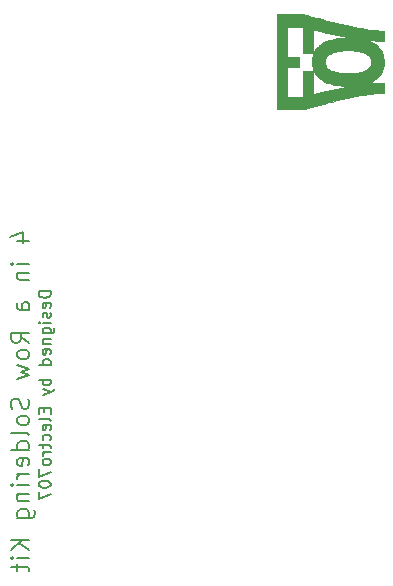
<source format=gbr>
G04 #@! TF.GenerationSoftware,KiCad,Pcbnew,5.1.7*
G04 #@! TF.CreationDate,2020-10-26T11:57:41-04:00*
G04 #@! TF.ProjectId,PCB,5043422e-6b69-4636-9164-5f7063625858,rev?*
G04 #@! TF.SameCoordinates,Original*
G04 #@! TF.FileFunction,Legend,Bot*
G04 #@! TF.FilePolarity,Positive*
%FSLAX46Y46*%
G04 Gerber Fmt 4.6, Leading zero omitted, Abs format (unit mm)*
G04 Created by KiCad (PCBNEW 5.1.7) date 2020-10-26 11:57:41*
%MOMM*%
%LPD*%
G01*
G04 APERTURE LIST*
%ADD10C,0.150000*%
%ADD11C,0.190500*%
%ADD12C,0.010000*%
G04 APERTURE END LIST*
D10*
X132532380Y-107062095D02*
X131532380Y-107062095D01*
X131532380Y-107300190D01*
X131580000Y-107443047D01*
X131675238Y-107538285D01*
X131770476Y-107585904D01*
X131960952Y-107633523D01*
X132103809Y-107633523D01*
X132294285Y-107585904D01*
X132389523Y-107538285D01*
X132484761Y-107443047D01*
X132532380Y-107300190D01*
X132532380Y-107062095D01*
X132484761Y-108443047D02*
X132532380Y-108347809D01*
X132532380Y-108157333D01*
X132484761Y-108062095D01*
X132389523Y-108014476D01*
X132008571Y-108014476D01*
X131913333Y-108062095D01*
X131865714Y-108157333D01*
X131865714Y-108347809D01*
X131913333Y-108443047D01*
X132008571Y-108490666D01*
X132103809Y-108490666D01*
X132199047Y-108014476D01*
X132484761Y-108871619D02*
X132532380Y-108966857D01*
X132532380Y-109157333D01*
X132484761Y-109252571D01*
X132389523Y-109300190D01*
X132341904Y-109300190D01*
X132246666Y-109252571D01*
X132199047Y-109157333D01*
X132199047Y-109014476D01*
X132151428Y-108919238D01*
X132056190Y-108871619D01*
X132008571Y-108871619D01*
X131913333Y-108919238D01*
X131865714Y-109014476D01*
X131865714Y-109157333D01*
X131913333Y-109252571D01*
X132532380Y-109728761D02*
X131865714Y-109728761D01*
X131532380Y-109728761D02*
X131580000Y-109681142D01*
X131627619Y-109728761D01*
X131580000Y-109776380D01*
X131532380Y-109728761D01*
X131627619Y-109728761D01*
X131865714Y-110633523D02*
X132675238Y-110633523D01*
X132770476Y-110585904D01*
X132818095Y-110538285D01*
X132865714Y-110443047D01*
X132865714Y-110300190D01*
X132818095Y-110204952D01*
X132484761Y-110633523D02*
X132532380Y-110538285D01*
X132532380Y-110347809D01*
X132484761Y-110252571D01*
X132437142Y-110204952D01*
X132341904Y-110157333D01*
X132056190Y-110157333D01*
X131960952Y-110204952D01*
X131913333Y-110252571D01*
X131865714Y-110347809D01*
X131865714Y-110538285D01*
X131913333Y-110633523D01*
X131865714Y-111109714D02*
X132532380Y-111109714D01*
X131960952Y-111109714D02*
X131913333Y-111157333D01*
X131865714Y-111252571D01*
X131865714Y-111395428D01*
X131913333Y-111490666D01*
X132008571Y-111538285D01*
X132532380Y-111538285D01*
X132484761Y-112395428D02*
X132532380Y-112300190D01*
X132532380Y-112109714D01*
X132484761Y-112014476D01*
X132389523Y-111966857D01*
X132008571Y-111966857D01*
X131913333Y-112014476D01*
X131865714Y-112109714D01*
X131865714Y-112300190D01*
X131913333Y-112395428D01*
X132008571Y-112443047D01*
X132103809Y-112443047D01*
X132199047Y-111966857D01*
X132532380Y-113300190D02*
X131532380Y-113300190D01*
X132484761Y-113300190D02*
X132532380Y-113204952D01*
X132532380Y-113014476D01*
X132484761Y-112919238D01*
X132437142Y-112871619D01*
X132341904Y-112824000D01*
X132056190Y-112824000D01*
X131960952Y-112871619D01*
X131913333Y-112919238D01*
X131865714Y-113014476D01*
X131865714Y-113204952D01*
X131913333Y-113300190D01*
X132532380Y-114538285D02*
X131532380Y-114538285D01*
X131913333Y-114538285D02*
X131865714Y-114633523D01*
X131865714Y-114824000D01*
X131913333Y-114919238D01*
X131960952Y-114966857D01*
X132056190Y-115014476D01*
X132341904Y-115014476D01*
X132437142Y-114966857D01*
X132484761Y-114919238D01*
X132532380Y-114824000D01*
X132532380Y-114633523D01*
X132484761Y-114538285D01*
X131865714Y-115347809D02*
X132532380Y-115585904D01*
X131865714Y-115824000D02*
X132532380Y-115585904D01*
X132770476Y-115490666D01*
X132818095Y-115443047D01*
X132865714Y-115347809D01*
X132008571Y-116966857D02*
X132008571Y-117300190D01*
X132532380Y-117443047D02*
X132532380Y-116966857D01*
X131532380Y-116966857D01*
X131532380Y-117443047D01*
X132532380Y-118014476D02*
X132484761Y-117919238D01*
X132389523Y-117871619D01*
X131532380Y-117871619D01*
X132484761Y-118776380D02*
X132532380Y-118681142D01*
X132532380Y-118490666D01*
X132484761Y-118395428D01*
X132389523Y-118347809D01*
X132008571Y-118347809D01*
X131913333Y-118395428D01*
X131865714Y-118490666D01*
X131865714Y-118681142D01*
X131913333Y-118776380D01*
X132008571Y-118824000D01*
X132103809Y-118824000D01*
X132199047Y-118347809D01*
X132484761Y-119681142D02*
X132532380Y-119585904D01*
X132532380Y-119395428D01*
X132484761Y-119300190D01*
X132437142Y-119252571D01*
X132341904Y-119204952D01*
X132056190Y-119204952D01*
X131960952Y-119252571D01*
X131913333Y-119300190D01*
X131865714Y-119395428D01*
X131865714Y-119585904D01*
X131913333Y-119681142D01*
X131865714Y-119966857D02*
X131865714Y-120347809D01*
X131532380Y-120109714D02*
X132389523Y-120109714D01*
X132484761Y-120157333D01*
X132532380Y-120252571D01*
X132532380Y-120347809D01*
X132532380Y-120681142D02*
X131865714Y-120681142D01*
X132056190Y-120681142D02*
X131960952Y-120728761D01*
X131913333Y-120776380D01*
X131865714Y-120871619D01*
X131865714Y-120966857D01*
X132532380Y-121443047D02*
X132484761Y-121347809D01*
X132437142Y-121300190D01*
X132341904Y-121252571D01*
X132056190Y-121252571D01*
X131960952Y-121300190D01*
X131913333Y-121347809D01*
X131865714Y-121443047D01*
X131865714Y-121585904D01*
X131913333Y-121681142D01*
X131960952Y-121728761D01*
X132056190Y-121776380D01*
X132341904Y-121776380D01*
X132437142Y-121728761D01*
X132484761Y-121681142D01*
X132532380Y-121585904D01*
X132532380Y-121443047D01*
X131532380Y-122109714D02*
X131532380Y-122776380D01*
X132532380Y-122347809D01*
X131532380Y-123347809D02*
X131532380Y-123443047D01*
X131580000Y-123538285D01*
X131627619Y-123585904D01*
X131722857Y-123633523D01*
X131913333Y-123681142D01*
X132151428Y-123681142D01*
X132341904Y-123633523D01*
X132437142Y-123585904D01*
X132484761Y-123538285D01*
X132532380Y-123443047D01*
X132532380Y-123347809D01*
X132484761Y-123252571D01*
X132437142Y-123204952D01*
X132341904Y-123157333D01*
X132151428Y-123109714D01*
X131913333Y-123109714D01*
X131722857Y-123157333D01*
X131627619Y-123204952D01*
X131580000Y-123252571D01*
X131532380Y-123347809D01*
X131532380Y-124014476D02*
X131532380Y-124681142D01*
X132532380Y-124252571D01*
D11*
X129721428Y-102797428D02*
X130737428Y-102797428D01*
X129140857Y-102434571D02*
X130229428Y-102071714D01*
X130229428Y-103015142D01*
X130737428Y-104756857D02*
X129721428Y-104756857D01*
X129213428Y-104756857D02*
X129286000Y-104684285D01*
X129358571Y-104756857D01*
X129286000Y-104829428D01*
X129213428Y-104756857D01*
X129358571Y-104756857D01*
X129721428Y-105482571D02*
X130737428Y-105482571D01*
X129866571Y-105482571D02*
X129794000Y-105555142D01*
X129721428Y-105700285D01*
X129721428Y-105918000D01*
X129794000Y-106063142D01*
X129939142Y-106135714D01*
X130737428Y-106135714D01*
X130737428Y-108675714D02*
X129939142Y-108675714D01*
X129794000Y-108603142D01*
X129721428Y-108458000D01*
X129721428Y-108167714D01*
X129794000Y-108022571D01*
X130664857Y-108675714D02*
X130737428Y-108530571D01*
X130737428Y-108167714D01*
X130664857Y-108022571D01*
X130519714Y-107950000D01*
X130374571Y-107950000D01*
X130229428Y-108022571D01*
X130156857Y-108167714D01*
X130156857Y-108530571D01*
X130084285Y-108675714D01*
X130737428Y-111433428D02*
X130011714Y-110925428D01*
X130737428Y-110562571D02*
X129213428Y-110562571D01*
X129213428Y-111143142D01*
X129286000Y-111288285D01*
X129358571Y-111360857D01*
X129503714Y-111433428D01*
X129721428Y-111433428D01*
X129866571Y-111360857D01*
X129939142Y-111288285D01*
X130011714Y-111143142D01*
X130011714Y-110562571D01*
X130737428Y-112304285D02*
X130664857Y-112159142D01*
X130592285Y-112086571D01*
X130447142Y-112014000D01*
X130011714Y-112014000D01*
X129866571Y-112086571D01*
X129794000Y-112159142D01*
X129721428Y-112304285D01*
X129721428Y-112522000D01*
X129794000Y-112667142D01*
X129866571Y-112739714D01*
X130011714Y-112812285D01*
X130447142Y-112812285D01*
X130592285Y-112739714D01*
X130664857Y-112667142D01*
X130737428Y-112522000D01*
X130737428Y-112304285D01*
X129721428Y-113320285D02*
X130737428Y-113610571D01*
X130011714Y-113900857D01*
X130737428Y-114191142D01*
X129721428Y-114481428D01*
X130664857Y-116150571D02*
X130737428Y-116368285D01*
X130737428Y-116731142D01*
X130664857Y-116876285D01*
X130592285Y-116948857D01*
X130447142Y-117021428D01*
X130302000Y-117021428D01*
X130156857Y-116948857D01*
X130084285Y-116876285D01*
X130011714Y-116731142D01*
X129939142Y-116440857D01*
X129866571Y-116295714D01*
X129794000Y-116223142D01*
X129648857Y-116150571D01*
X129503714Y-116150571D01*
X129358571Y-116223142D01*
X129286000Y-116295714D01*
X129213428Y-116440857D01*
X129213428Y-116803714D01*
X129286000Y-117021428D01*
X130737428Y-117892285D02*
X130664857Y-117747142D01*
X130592285Y-117674571D01*
X130447142Y-117602000D01*
X130011714Y-117602000D01*
X129866571Y-117674571D01*
X129794000Y-117747142D01*
X129721428Y-117892285D01*
X129721428Y-118110000D01*
X129794000Y-118255142D01*
X129866571Y-118327714D01*
X130011714Y-118400285D01*
X130447142Y-118400285D01*
X130592285Y-118327714D01*
X130664857Y-118255142D01*
X130737428Y-118110000D01*
X130737428Y-117892285D01*
X130737428Y-119271142D02*
X130664857Y-119126000D01*
X130519714Y-119053428D01*
X129213428Y-119053428D01*
X130737428Y-120504857D02*
X129213428Y-120504857D01*
X130664857Y-120504857D02*
X130737428Y-120359714D01*
X130737428Y-120069428D01*
X130664857Y-119924285D01*
X130592285Y-119851714D01*
X130447142Y-119779142D01*
X130011714Y-119779142D01*
X129866571Y-119851714D01*
X129794000Y-119924285D01*
X129721428Y-120069428D01*
X129721428Y-120359714D01*
X129794000Y-120504857D01*
X130664857Y-121811142D02*
X130737428Y-121666000D01*
X130737428Y-121375714D01*
X130664857Y-121230571D01*
X130519714Y-121158000D01*
X129939142Y-121158000D01*
X129794000Y-121230571D01*
X129721428Y-121375714D01*
X129721428Y-121666000D01*
X129794000Y-121811142D01*
X129939142Y-121883714D01*
X130084285Y-121883714D01*
X130229428Y-121158000D01*
X130737428Y-122536857D02*
X129721428Y-122536857D01*
X130011714Y-122536857D02*
X129866571Y-122609428D01*
X129794000Y-122682000D01*
X129721428Y-122827142D01*
X129721428Y-122972285D01*
X130737428Y-123480285D02*
X129721428Y-123480285D01*
X129213428Y-123480285D02*
X129286000Y-123407714D01*
X129358571Y-123480285D01*
X129286000Y-123552857D01*
X129213428Y-123480285D01*
X129358571Y-123480285D01*
X129721428Y-124206000D02*
X130737428Y-124206000D01*
X129866571Y-124206000D02*
X129794000Y-124278571D01*
X129721428Y-124423714D01*
X129721428Y-124641428D01*
X129794000Y-124786571D01*
X129939142Y-124859142D01*
X130737428Y-124859142D01*
X129721428Y-126238000D02*
X130955142Y-126238000D01*
X131100285Y-126165428D01*
X131172857Y-126092857D01*
X131245428Y-125947714D01*
X131245428Y-125730000D01*
X131172857Y-125584857D01*
X130664857Y-126238000D02*
X130737428Y-126092857D01*
X130737428Y-125802571D01*
X130664857Y-125657428D01*
X130592285Y-125584857D01*
X130447142Y-125512285D01*
X130011714Y-125512285D01*
X129866571Y-125584857D01*
X129794000Y-125657428D01*
X129721428Y-125802571D01*
X129721428Y-126092857D01*
X129794000Y-126238000D01*
X130737428Y-128124857D02*
X129213428Y-128124857D01*
X130737428Y-128995714D02*
X129866571Y-128342571D01*
X129213428Y-128995714D02*
X130084285Y-128124857D01*
X130737428Y-129648857D02*
X129721428Y-129648857D01*
X129213428Y-129648857D02*
X129286000Y-129576285D01*
X129358571Y-129648857D01*
X129286000Y-129721428D01*
X129213428Y-129648857D01*
X129358571Y-129648857D01*
X129721428Y-130156857D02*
X129721428Y-130737428D01*
X129213428Y-130374571D02*
X130519714Y-130374571D01*
X130664857Y-130447142D01*
X130737428Y-130592285D01*
X130737428Y-130737428D01*
D12*
G36*
X153923098Y-91660000D02*
G01*
X154034049Y-91624125D01*
X154125233Y-91595400D01*
X154233913Y-91562467D01*
X154358154Y-91525855D01*
X154496020Y-91486090D01*
X154645577Y-91443701D01*
X154804888Y-91399214D01*
X154972019Y-91353157D01*
X155145035Y-91306057D01*
X155321999Y-91258442D01*
X155500977Y-91210839D01*
X155680033Y-91163776D01*
X155857232Y-91117779D01*
X156030639Y-91073378D01*
X156198318Y-91031098D01*
X156329863Y-90998460D01*
X156775364Y-90890847D01*
X157202800Y-90791725D01*
X157612212Y-90701087D01*
X158003638Y-90618928D01*
X158377121Y-90545239D01*
X158732698Y-90480014D01*
X159070410Y-90423247D01*
X159390298Y-90374929D01*
X159692400Y-90335054D01*
X159976758Y-90303615D01*
X160243410Y-90280605D01*
X160492397Y-90266017D01*
X160547500Y-90263840D01*
X160740000Y-90256965D01*
X160740000Y-89400000D01*
X160607500Y-89400095D01*
X160467937Y-89402067D01*
X160312211Y-89407819D01*
X160139785Y-89417391D01*
X159950121Y-89430822D01*
X159742682Y-89448151D01*
X159516933Y-89469418D01*
X159272335Y-89494662D01*
X159174338Y-89505305D01*
X159160412Y-89505751D01*
X159163159Y-89502050D01*
X159183271Y-89493910D01*
X159221440Y-89481043D01*
X159265000Y-89467286D01*
X159479156Y-89393270D01*
X159675994Y-89309456D01*
X159855714Y-89215694D01*
X160018517Y-89111830D01*
X160164605Y-88997716D01*
X160294177Y-88873198D01*
X160407436Y-88738127D01*
X160504581Y-88592351D01*
X160557574Y-88495000D01*
X160617921Y-88360767D01*
X160665420Y-88223468D01*
X160700709Y-88080079D01*
X160724425Y-87927576D01*
X160737206Y-87762935D01*
X160740000Y-87629999D01*
X160734963Y-87454038D01*
X160719433Y-87292486D01*
X160692779Y-87142355D01*
X160654371Y-87000655D01*
X160603578Y-86864398D01*
X160557596Y-86765211D01*
X160506907Y-86670400D01*
X160454411Y-86585997D01*
X160396196Y-86506619D01*
X160328349Y-86426881D01*
X160256981Y-86351540D01*
X160130550Y-86235039D01*
X159990359Y-86128760D01*
X159835460Y-86032172D01*
X159664908Y-85944742D01*
X159477759Y-85865938D01*
X159273066Y-85795226D01*
X159265000Y-85792713D01*
X159212020Y-85775889D01*
X159177647Y-85764025D01*
X159161188Y-85756828D01*
X159161950Y-85754009D01*
X159174338Y-85754694D01*
X159426239Y-85781460D01*
X159659087Y-85804233D01*
X159873421Y-85823054D01*
X160069775Y-85837961D01*
X160248688Y-85848995D01*
X160410697Y-85856194D01*
X160556338Y-85859597D01*
X160607500Y-85859904D01*
X160740000Y-85860000D01*
X160740000Y-85000000D01*
X160657500Y-84999854D01*
X160600873Y-84998848D01*
X160528513Y-84996159D01*
X160444593Y-84992034D01*
X160353288Y-84986719D01*
X160258772Y-84980462D01*
X160165217Y-84973507D01*
X160076798Y-84966103D01*
X160060000Y-84964580D01*
X159797973Y-84937378D01*
X159518300Y-84902376D01*
X159221688Y-84859718D01*
X159100000Y-84840204D01*
X159100000Y-85740000D01*
X159108231Y-85743658D01*
X159106666Y-85746666D01*
X159094799Y-85747863D01*
X159093333Y-85746666D01*
X159094706Y-85740721D01*
X159100000Y-85740000D01*
X159100000Y-84840204D01*
X158908846Y-84809550D01*
X158580481Y-84752017D01*
X158237300Y-84687264D01*
X157880012Y-84615438D01*
X157509323Y-84536682D01*
X157125942Y-84451143D01*
X156730576Y-84358966D01*
X156323934Y-84260296D01*
X155906721Y-84155277D01*
X155479647Y-84044057D01*
X155160000Y-83958475D01*
X155058491Y-83930785D01*
X154949527Y-83900695D01*
X154835706Y-83868951D01*
X154719626Y-83836295D01*
X154603888Y-83803472D01*
X154491090Y-83771225D01*
X154383832Y-83740298D01*
X154284711Y-83711436D01*
X154196327Y-83685381D01*
X154121280Y-83662879D01*
X154062168Y-83644673D01*
X154048230Y-83640256D01*
X153922308Y-83599999D01*
X152801154Y-83599999D01*
X152540000Y-83599999D01*
X152540000Y-84660000D01*
X153880000Y-84660000D01*
X153880000Y-86860000D01*
X154740000Y-86860000D01*
X154740000Y-84873397D01*
X154857500Y-84907373D01*
X154982586Y-84942408D01*
X155125379Y-84980367D01*
X155283876Y-85020783D01*
X155456073Y-85063186D01*
X155639966Y-85107110D01*
X155833553Y-85152087D01*
X156034829Y-85197648D01*
X156241792Y-85243325D01*
X156452437Y-85288652D01*
X156664763Y-85333160D01*
X156795000Y-85359860D01*
X156875895Y-85376059D01*
X156969609Y-85394417D01*
X157073321Y-85414413D01*
X157184207Y-85435523D01*
X157299446Y-85457226D01*
X157416216Y-85478998D01*
X157531695Y-85500319D01*
X157643060Y-85520665D01*
X157747491Y-85539514D01*
X157842163Y-85556344D01*
X157924256Y-85570632D01*
X157990948Y-85581857D01*
X158017500Y-85586135D01*
X158061995Y-85593198D01*
X158098179Y-85599029D01*
X158122134Y-85602991D01*
X158130000Y-85604438D01*
X158120348Y-85604558D01*
X158092780Y-85604670D01*
X158049381Y-85604770D01*
X157992236Y-85604856D01*
X157923428Y-85604924D01*
X157845044Y-85604972D01*
X157759166Y-85604997D01*
X157717500Y-85605000D01*
X157662987Y-85605135D01*
X157662987Y-86666080D01*
X157769146Y-86666128D01*
X157873258Y-86667017D01*
X157971654Y-86668746D01*
X158060660Y-86671315D01*
X158136606Y-86674725D01*
X158190000Y-86678445D01*
X158412540Y-86703033D01*
X158617224Y-86736018D01*
X158804013Y-86777379D01*
X158972870Y-86827098D01*
X159123759Y-86885153D01*
X159256643Y-86951526D01*
X159371484Y-87026197D01*
X159468246Y-87109145D01*
X159546891Y-87200351D01*
X159607384Y-87299795D01*
X159649686Y-87407457D01*
X159665148Y-87469979D01*
X159675325Y-87546251D01*
X159678514Y-87631725D01*
X159674694Y-87716857D01*
X159665838Y-87782254D01*
X159634250Y-87895715D01*
X159584511Y-88000786D01*
X159516627Y-88097463D01*
X159430604Y-88185744D01*
X159326449Y-88265625D01*
X159204165Y-88337103D01*
X159100000Y-88383895D01*
X159100000Y-89510000D01*
X159108231Y-89513658D01*
X159106666Y-89516666D01*
X159094799Y-89517863D01*
X159093333Y-89516666D01*
X159094706Y-89510721D01*
X159100000Y-89510000D01*
X159100000Y-88383895D01*
X159063761Y-88400175D01*
X158905241Y-88454838D01*
X158728611Y-88501089D01*
X158533878Y-88538924D01*
X158321046Y-88568340D01*
X158190000Y-88581483D01*
X158128857Y-88585600D01*
X158051399Y-88588886D01*
X157961290Y-88591340D01*
X157862197Y-88592962D01*
X157757787Y-88593753D01*
X157651725Y-88593711D01*
X157547679Y-88592838D01*
X157449313Y-88591134D01*
X157360295Y-88588597D01*
X157284290Y-88585229D01*
X157230000Y-88581483D01*
X157008279Y-88557186D01*
X156804706Y-88524700D01*
X156619165Y-88483985D01*
X156451540Y-88435003D01*
X156301715Y-88377715D01*
X156169575Y-88312082D01*
X156055002Y-88238063D01*
X155957881Y-88155621D01*
X155953563Y-88151359D01*
X155874424Y-88059867D01*
X155813720Y-87960893D01*
X155771241Y-87853931D01*
X155746782Y-87738475D01*
X155740000Y-87630000D01*
X155749076Y-87506149D01*
X155776305Y-87390692D01*
X155821687Y-87283631D01*
X155885221Y-87184965D01*
X155966908Y-87094694D01*
X156066747Y-87012818D01*
X156184738Y-86939337D01*
X156320881Y-86874251D01*
X156475176Y-86817561D01*
X156647622Y-86769267D01*
X156838220Y-86729368D01*
X157046969Y-86697864D01*
X157230000Y-86678445D01*
X157291318Y-86674291D01*
X157368947Y-86670978D01*
X157459216Y-86668505D01*
X157558453Y-86666872D01*
X157662987Y-86666080D01*
X157662987Y-85605135D01*
X157585190Y-85605330D01*
X157469468Y-85606449D01*
X157366930Y-85608548D01*
X157274173Y-85611817D01*
X157187792Y-85616449D01*
X157104385Y-85622633D01*
X157020548Y-85630561D01*
X156932877Y-85640424D01*
X156837969Y-85652414D01*
X156812281Y-85655824D01*
X156557226Y-85696767D01*
X156317419Y-85749266D01*
X156093092Y-85813236D01*
X155884480Y-85888590D01*
X155691817Y-85975242D01*
X155515336Y-86073107D01*
X155355273Y-86182098D01*
X155333493Y-86198779D01*
X155282508Y-86240896D01*
X155225566Y-86291997D01*
X155167299Y-86347577D01*
X155112336Y-86403130D01*
X155065306Y-86454150D01*
X155039390Y-86485000D01*
X154938461Y-86628358D01*
X154853296Y-86783346D01*
X154784423Y-86948641D01*
X154732368Y-87122918D01*
X154697656Y-87304856D01*
X154690554Y-87362105D01*
X154685551Y-87424858D01*
X154682225Y-87501819D01*
X154680575Y-87587271D01*
X154680601Y-87675493D01*
X154682304Y-87760764D01*
X154685683Y-87837365D01*
X154690554Y-87897894D01*
X154720162Y-88085323D01*
X154767089Y-88262865D01*
X154831195Y-88430394D01*
X154912344Y-88587785D01*
X155010398Y-88734914D01*
X155125218Y-88871655D01*
X155256668Y-88997882D01*
X155404610Y-89113472D01*
X155568905Y-89218299D01*
X155749416Y-89312237D01*
X155946005Y-89395162D01*
X156158536Y-89466949D01*
X156386869Y-89527472D01*
X156515000Y-89555090D01*
X156645821Y-89579687D01*
X156772702Y-89600269D01*
X156898854Y-89617103D01*
X157027493Y-89630459D01*
X157161829Y-89640603D01*
X157305077Y-89647806D01*
X157460449Y-89652333D01*
X157631159Y-89654455D01*
X157708048Y-89654693D01*
X158131096Y-89655000D01*
X158023048Y-89672644D01*
X157841786Y-89703089D01*
X157649962Y-89736879D01*
X157449519Y-89773598D01*
X157242401Y-89812829D01*
X157030550Y-89854155D01*
X156815908Y-89897160D01*
X156600420Y-89941428D01*
X156386027Y-89986540D01*
X156174673Y-90032082D01*
X155968300Y-90077636D01*
X155768852Y-90122785D01*
X155578271Y-90167113D01*
X155398500Y-90210204D01*
X155231483Y-90251639D01*
X155079161Y-90291004D01*
X154943479Y-90327880D01*
X154870746Y-90348673D01*
X154740000Y-90386892D01*
X154740000Y-88400000D01*
X153880000Y-88400000D01*
X153880000Y-90600000D01*
X152540000Y-90600000D01*
X152540000Y-88060000D01*
X153540000Y-88060000D01*
X153540000Y-87200000D01*
X152540000Y-87200000D01*
X152540000Y-84660000D01*
X152540000Y-83599999D01*
X151680000Y-83600000D01*
X151680000Y-91660000D01*
X153923098Y-91660000D01*
G37*
X153923098Y-91660000D02*
X154034049Y-91624125D01*
X154125233Y-91595400D01*
X154233913Y-91562467D01*
X154358154Y-91525855D01*
X154496020Y-91486090D01*
X154645577Y-91443701D01*
X154804888Y-91399214D01*
X154972019Y-91353157D01*
X155145035Y-91306057D01*
X155321999Y-91258442D01*
X155500977Y-91210839D01*
X155680033Y-91163776D01*
X155857232Y-91117779D01*
X156030639Y-91073378D01*
X156198318Y-91031098D01*
X156329863Y-90998460D01*
X156775364Y-90890847D01*
X157202800Y-90791725D01*
X157612212Y-90701087D01*
X158003638Y-90618928D01*
X158377121Y-90545239D01*
X158732698Y-90480014D01*
X159070410Y-90423247D01*
X159390298Y-90374929D01*
X159692400Y-90335054D01*
X159976758Y-90303615D01*
X160243410Y-90280605D01*
X160492397Y-90266017D01*
X160547500Y-90263840D01*
X160740000Y-90256965D01*
X160740000Y-89400000D01*
X160607500Y-89400095D01*
X160467937Y-89402067D01*
X160312211Y-89407819D01*
X160139785Y-89417391D01*
X159950121Y-89430822D01*
X159742682Y-89448151D01*
X159516933Y-89469418D01*
X159272335Y-89494662D01*
X159174338Y-89505305D01*
X159160412Y-89505751D01*
X159163159Y-89502050D01*
X159183271Y-89493910D01*
X159221440Y-89481043D01*
X159265000Y-89467286D01*
X159479156Y-89393270D01*
X159675994Y-89309456D01*
X159855714Y-89215694D01*
X160018517Y-89111830D01*
X160164605Y-88997716D01*
X160294177Y-88873198D01*
X160407436Y-88738127D01*
X160504581Y-88592351D01*
X160557574Y-88495000D01*
X160617921Y-88360767D01*
X160665420Y-88223468D01*
X160700709Y-88080079D01*
X160724425Y-87927576D01*
X160737206Y-87762935D01*
X160740000Y-87629999D01*
X160734963Y-87454038D01*
X160719433Y-87292486D01*
X160692779Y-87142355D01*
X160654371Y-87000655D01*
X160603578Y-86864398D01*
X160557596Y-86765211D01*
X160506907Y-86670400D01*
X160454411Y-86585997D01*
X160396196Y-86506619D01*
X160328349Y-86426881D01*
X160256981Y-86351540D01*
X160130550Y-86235039D01*
X159990359Y-86128760D01*
X159835460Y-86032172D01*
X159664908Y-85944742D01*
X159477759Y-85865938D01*
X159273066Y-85795226D01*
X159265000Y-85792713D01*
X159212020Y-85775889D01*
X159177647Y-85764025D01*
X159161188Y-85756828D01*
X159161950Y-85754009D01*
X159174338Y-85754694D01*
X159426239Y-85781460D01*
X159659087Y-85804233D01*
X159873421Y-85823054D01*
X160069775Y-85837961D01*
X160248688Y-85848995D01*
X160410697Y-85856194D01*
X160556338Y-85859597D01*
X160607500Y-85859904D01*
X160740000Y-85860000D01*
X160740000Y-85000000D01*
X160657500Y-84999854D01*
X160600873Y-84998848D01*
X160528513Y-84996159D01*
X160444593Y-84992034D01*
X160353288Y-84986719D01*
X160258772Y-84980462D01*
X160165217Y-84973507D01*
X160076798Y-84966103D01*
X160060000Y-84964580D01*
X159797973Y-84937378D01*
X159518300Y-84902376D01*
X159221688Y-84859718D01*
X159100000Y-84840204D01*
X159100000Y-85740000D01*
X159108231Y-85743658D01*
X159106666Y-85746666D01*
X159094799Y-85747863D01*
X159093333Y-85746666D01*
X159094706Y-85740721D01*
X159100000Y-85740000D01*
X159100000Y-84840204D01*
X158908846Y-84809550D01*
X158580481Y-84752017D01*
X158237300Y-84687264D01*
X157880012Y-84615438D01*
X157509323Y-84536682D01*
X157125942Y-84451143D01*
X156730576Y-84358966D01*
X156323934Y-84260296D01*
X155906721Y-84155277D01*
X155479647Y-84044057D01*
X155160000Y-83958475D01*
X155058491Y-83930785D01*
X154949527Y-83900695D01*
X154835706Y-83868951D01*
X154719626Y-83836295D01*
X154603888Y-83803472D01*
X154491090Y-83771225D01*
X154383832Y-83740298D01*
X154284711Y-83711436D01*
X154196327Y-83685381D01*
X154121280Y-83662879D01*
X154062168Y-83644673D01*
X154048230Y-83640256D01*
X153922308Y-83599999D01*
X152801154Y-83599999D01*
X152540000Y-83599999D01*
X152540000Y-84660000D01*
X153880000Y-84660000D01*
X153880000Y-86860000D01*
X154740000Y-86860000D01*
X154740000Y-84873397D01*
X154857500Y-84907373D01*
X154982586Y-84942408D01*
X155125379Y-84980367D01*
X155283876Y-85020783D01*
X155456073Y-85063186D01*
X155639966Y-85107110D01*
X155833553Y-85152087D01*
X156034829Y-85197648D01*
X156241792Y-85243325D01*
X156452437Y-85288652D01*
X156664763Y-85333160D01*
X156795000Y-85359860D01*
X156875895Y-85376059D01*
X156969609Y-85394417D01*
X157073321Y-85414413D01*
X157184207Y-85435523D01*
X157299446Y-85457226D01*
X157416216Y-85478998D01*
X157531695Y-85500319D01*
X157643060Y-85520665D01*
X157747491Y-85539514D01*
X157842163Y-85556344D01*
X157924256Y-85570632D01*
X157990948Y-85581857D01*
X158017500Y-85586135D01*
X158061995Y-85593198D01*
X158098179Y-85599029D01*
X158122134Y-85602991D01*
X158130000Y-85604438D01*
X158120348Y-85604558D01*
X158092780Y-85604670D01*
X158049381Y-85604770D01*
X157992236Y-85604856D01*
X157923428Y-85604924D01*
X157845044Y-85604972D01*
X157759166Y-85604997D01*
X157717500Y-85605000D01*
X157662987Y-85605135D01*
X157662987Y-86666080D01*
X157769146Y-86666128D01*
X157873258Y-86667017D01*
X157971654Y-86668746D01*
X158060660Y-86671315D01*
X158136606Y-86674725D01*
X158190000Y-86678445D01*
X158412540Y-86703033D01*
X158617224Y-86736018D01*
X158804013Y-86777379D01*
X158972870Y-86827098D01*
X159123759Y-86885153D01*
X159256643Y-86951526D01*
X159371484Y-87026197D01*
X159468246Y-87109145D01*
X159546891Y-87200351D01*
X159607384Y-87299795D01*
X159649686Y-87407457D01*
X159665148Y-87469979D01*
X159675325Y-87546251D01*
X159678514Y-87631725D01*
X159674694Y-87716857D01*
X159665838Y-87782254D01*
X159634250Y-87895715D01*
X159584511Y-88000786D01*
X159516627Y-88097463D01*
X159430604Y-88185744D01*
X159326449Y-88265625D01*
X159204165Y-88337103D01*
X159100000Y-88383895D01*
X159100000Y-89510000D01*
X159108231Y-89513658D01*
X159106666Y-89516666D01*
X159094799Y-89517863D01*
X159093333Y-89516666D01*
X159094706Y-89510721D01*
X159100000Y-89510000D01*
X159100000Y-88383895D01*
X159063761Y-88400175D01*
X158905241Y-88454838D01*
X158728611Y-88501089D01*
X158533878Y-88538924D01*
X158321046Y-88568340D01*
X158190000Y-88581483D01*
X158128857Y-88585600D01*
X158051399Y-88588886D01*
X157961290Y-88591340D01*
X157862197Y-88592962D01*
X157757787Y-88593753D01*
X157651725Y-88593711D01*
X157547679Y-88592838D01*
X157449313Y-88591134D01*
X157360295Y-88588597D01*
X157284290Y-88585229D01*
X157230000Y-88581483D01*
X157008279Y-88557186D01*
X156804706Y-88524700D01*
X156619165Y-88483985D01*
X156451540Y-88435003D01*
X156301715Y-88377715D01*
X156169575Y-88312082D01*
X156055002Y-88238063D01*
X155957881Y-88155621D01*
X155953563Y-88151359D01*
X155874424Y-88059867D01*
X155813720Y-87960893D01*
X155771241Y-87853931D01*
X155746782Y-87738475D01*
X155740000Y-87630000D01*
X155749076Y-87506149D01*
X155776305Y-87390692D01*
X155821687Y-87283631D01*
X155885221Y-87184965D01*
X155966908Y-87094694D01*
X156066747Y-87012818D01*
X156184738Y-86939337D01*
X156320881Y-86874251D01*
X156475176Y-86817561D01*
X156647622Y-86769267D01*
X156838220Y-86729368D01*
X157046969Y-86697864D01*
X157230000Y-86678445D01*
X157291318Y-86674291D01*
X157368947Y-86670978D01*
X157459216Y-86668505D01*
X157558453Y-86666872D01*
X157662987Y-86666080D01*
X157662987Y-85605135D01*
X157585190Y-85605330D01*
X157469468Y-85606449D01*
X157366930Y-85608548D01*
X157274173Y-85611817D01*
X157187792Y-85616449D01*
X157104385Y-85622633D01*
X157020548Y-85630561D01*
X156932877Y-85640424D01*
X156837969Y-85652414D01*
X156812281Y-85655824D01*
X156557226Y-85696767D01*
X156317419Y-85749266D01*
X156093092Y-85813236D01*
X155884480Y-85888590D01*
X155691817Y-85975242D01*
X155515336Y-86073107D01*
X155355273Y-86182098D01*
X155333493Y-86198779D01*
X155282508Y-86240896D01*
X155225566Y-86291997D01*
X155167299Y-86347577D01*
X155112336Y-86403130D01*
X155065306Y-86454150D01*
X155039390Y-86485000D01*
X154938461Y-86628358D01*
X154853296Y-86783346D01*
X154784423Y-86948641D01*
X154732368Y-87122918D01*
X154697656Y-87304856D01*
X154690554Y-87362105D01*
X154685551Y-87424858D01*
X154682225Y-87501819D01*
X154680575Y-87587271D01*
X154680601Y-87675493D01*
X154682304Y-87760764D01*
X154685683Y-87837365D01*
X154690554Y-87897894D01*
X154720162Y-88085323D01*
X154767089Y-88262865D01*
X154831195Y-88430394D01*
X154912344Y-88587785D01*
X155010398Y-88734914D01*
X155125218Y-88871655D01*
X155256668Y-88997882D01*
X155404610Y-89113472D01*
X155568905Y-89218299D01*
X155749416Y-89312237D01*
X155946005Y-89395162D01*
X156158536Y-89466949D01*
X156386869Y-89527472D01*
X156515000Y-89555090D01*
X156645821Y-89579687D01*
X156772702Y-89600269D01*
X156898854Y-89617103D01*
X157027493Y-89630459D01*
X157161829Y-89640603D01*
X157305077Y-89647806D01*
X157460449Y-89652333D01*
X157631159Y-89654455D01*
X157708048Y-89654693D01*
X158131096Y-89655000D01*
X158023048Y-89672644D01*
X157841786Y-89703089D01*
X157649962Y-89736879D01*
X157449519Y-89773598D01*
X157242401Y-89812829D01*
X157030550Y-89854155D01*
X156815908Y-89897160D01*
X156600420Y-89941428D01*
X156386027Y-89986540D01*
X156174673Y-90032082D01*
X155968300Y-90077636D01*
X155768852Y-90122785D01*
X155578271Y-90167113D01*
X155398500Y-90210204D01*
X155231483Y-90251639D01*
X155079161Y-90291004D01*
X154943479Y-90327880D01*
X154870746Y-90348673D01*
X154740000Y-90386892D01*
X154740000Y-88400000D01*
X153880000Y-88400000D01*
X153880000Y-90600000D01*
X152540000Y-90600000D01*
X152540000Y-88060000D01*
X153540000Y-88060000D01*
X153540000Y-87200000D01*
X152540000Y-87200000D01*
X152540000Y-84660000D01*
X152540000Y-83599999D01*
X151680000Y-83600000D01*
X151680000Y-91660000D01*
X153923098Y-91660000D01*
M02*

</source>
